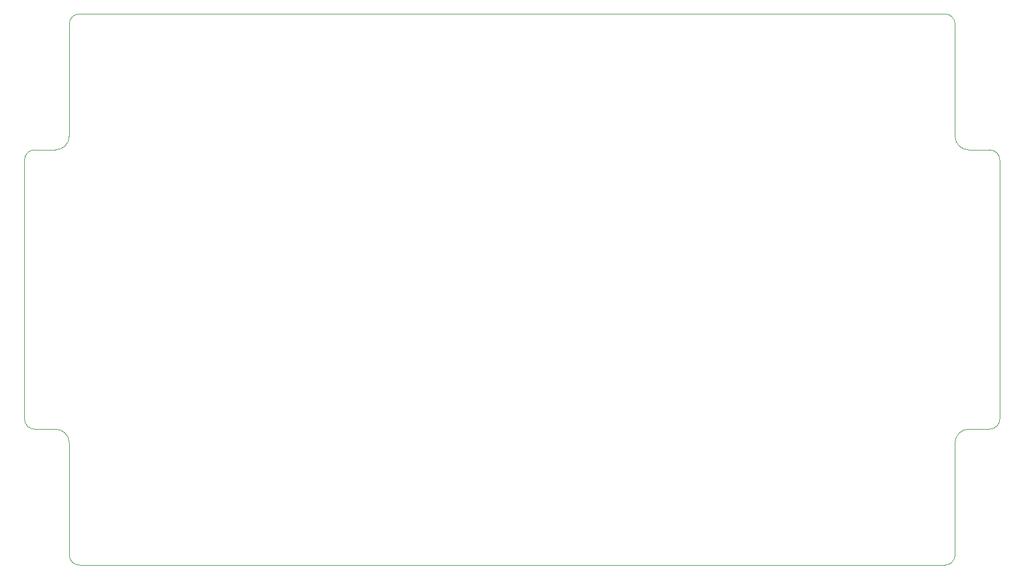
<source format=gbr>
%TF.GenerationSoftware,Altium Limited,Altium Designer,21.3.2 (30)*%
G04 Layer_Color=0*
%FSLAX26Y26*%
%MOIN*%
%TF.SameCoordinates,FFAA3912-E1DC-4B59-95C2-56FC1F4E7B50*%
%TF.FilePolarity,Positive*%
%TF.FileFunction,Profile,NP*%
%TF.Part,Single*%
G01*
G75*
%TA.AperFunction,Profile*%
%ADD153C,0.001000*%
D153*
X301322Y170029D02*
Y817981D01*
D02*
G03*
X222582Y896721I-78740J0D01*
G01*
X101637D01*
D02*
G02*
X42581Y955777I0J59055D01*
G01*
X42581Y2451840D01*
D02*
G02*
X101636Y2511375I59295J240D01*
G01*
X222581D01*
D02*
G03*
X301321Y2590115I0J78740D01*
G01*
Y3238060D01*
D02*
G02*
X360377Y3297115I59055J0D01*
G01*
X5360377D01*
D02*
G02*
X5419432Y3238060I0J-59055D01*
G01*
Y2590115D01*
D02*
G03*
X5498172Y2511375I78740J0D01*
G01*
X5619117D01*
D02*
G02*
X5678172Y2452320I0J-59055D01*
G01*
X5678172Y955777D01*
D02*
G02*
X5619117Y896721I-59055J0D01*
G01*
X5498172D01*
D02*
G03*
X5419432Y817981I0J-78740D01*
G01*
Y170029D01*
D02*
G02*
X5360377Y110973I-59055J0D01*
G01*
X360377D01*
D02*
G02*
X301322Y170029I0J59055D01*
G01*
%TF.MD5,94efcb5ea8097977e066c4c35016f08e*%
M02*

</source>
